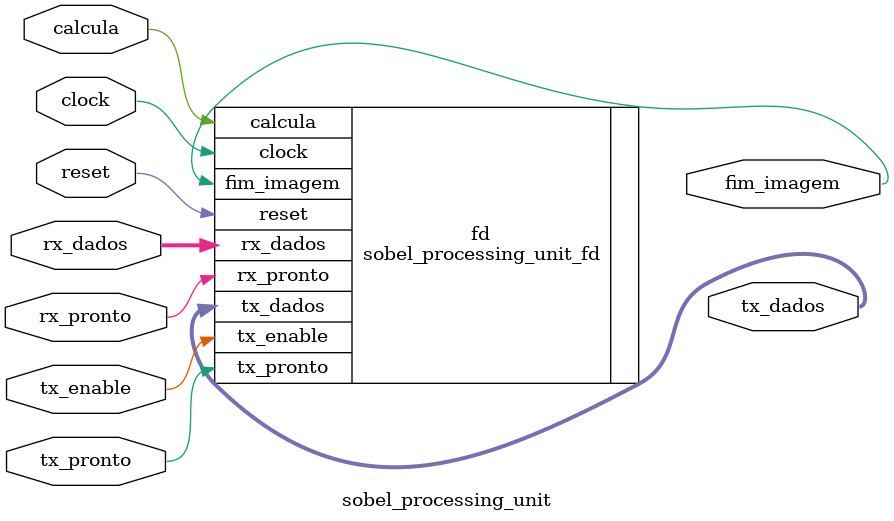
<source format=v>
module sobel_processing_unit(
		input clock,
		input reset,
		input [7:0] rx_dados,
		input rx_pronto,
		input tx_pronto,
		input calcula,
		input tx_enable,
		output fim_imagem,
		output [7:0] tx_dados
);	
	sobel_processing_unit_fd fd(
		.clock(clock),
		.reset(reset),
		.rx_dados(rx_dados),
		.rx_pronto(rx_pronto),
		.tx_enable(tx_enable),
		.tx_pronto(tx_pronto),
		.calcula(calcula),
		.fim_imagem(fim_imagem),
		.tx_dados(tx_dados)
	);
	sobel_processing_unit_uc uc();
endmodule
</source>
